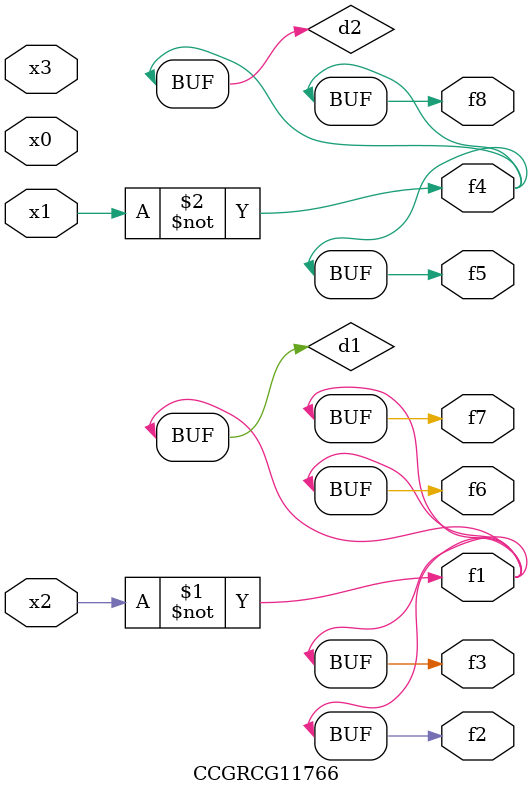
<source format=v>
module CCGRCG11766(
	input x0, x1, x2, x3,
	output f1, f2, f3, f4, f5, f6, f7, f8
);

	wire d1, d2;

	xnor (d1, x2);
	not (d2, x1);
	assign f1 = d1;
	assign f2 = d1;
	assign f3 = d1;
	assign f4 = d2;
	assign f5 = d2;
	assign f6 = d1;
	assign f7 = d1;
	assign f8 = d2;
endmodule

</source>
